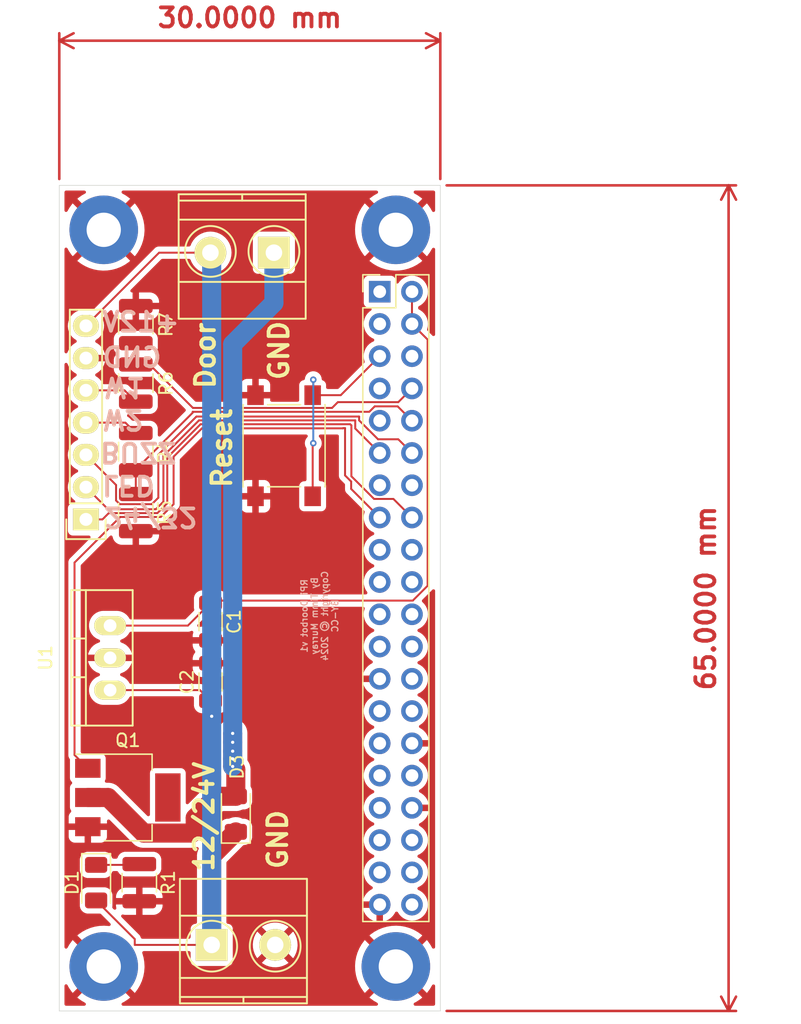
<source format=kicad_pcb>
(kicad_pcb (version 20211014) (generator pcbnew)
  (layers (0 "F.Cu" signal) (31 "B.Cu" signal) (34 "B.Paste" user) (35 "F.Paste" user) (36 "B.SilkS" user "B.Silkscreen") (37 "F.SilkS" user "F.Silkscreen") (38 "B.Mask" user) (39 "F.Mask" user) (44 "Edge.Cuts" user))
  (net 0 "")
  (net 1 "GND")
  (net 2 "12V")
  (net 3 "5V")
  (net 4 "LATCH_OUT")
  (net 5 "24_32_SWITCH")
  (net 6 "READER_LED")
  (net 7 "READER_BUZZ")
  (net 8 "DOOR")
  (net 9 "WIEGAND_IN2")
  (net 10 "WIEGAND_IN1")
  (net 11 "WIEGAND_OUT2")
  (net 12 "WIEGAND_OUT1")
  (net 15 "RESET")
  (net 37 "Net-(D1-Pad1)")
  (footprint "Capacitor_SMD:C_1206_3216Metric" (layer "F.Cu") (at 109.91 132.35 -90)
    (fp_text reference "C1" (at 0 -1.85 -90) (layer "F.SilkS"))
    (fp_text value "22uF")
    (fp_line (start -0.711252 0.91) (end 0.711252 0.91) (layer "F.SilkS") (width 0.12))
    (fp_line (start -0.711252 -0.91) (end 0.711252 -0.91) (layer "F.SilkS") (width 0.12))
    (pad "1" smd roundrect (at -1.475 0 270) (size 1.15 1.8) (layers "F.Cu" "F.Paste" "F.Mask") (roundrect_rratio 0.217391) (net 3 "5V"))
    (pad "2" smd roundrect (at 1.475 0 270) (size 1.15 1.8) (layers "F.Cu" "F.Paste" "F.Mask") (roundrect_rratio 0.217391) (net 1 "GND"))
  )
  (footprint "Pin_Headers:Pin_Header_Straight_1x07" (layer "F.Cu") (at 100.1 124.3 180)
    (fp_text reference "J1" hide)
    (fp_text value "Conn_01x07_Male")
    (fp_line (start -1.27 16.51) (end -1.27 1.27) (layer "F.SilkS") (width 0.15))
    (fp_line (start 1.27 16.51) (end -1.27 16.51) (layer "F.SilkS") (width 0.15))
    (fp_line (start 1.27 1.27) (end 1.27 16.51) (layer "F.SilkS") (width 0.15))
    (fp_line (start -1.55 -1.55) (end 1.55 -1.55) (layer "F.SilkS") (width 0.15))
    (fp_line (start -1.55 0) (end -1.55 -1.55) (layer "F.SilkS") (width 0.15))
    (fp_line (start 1.55 -1.55) (end 1.55 0) (layer "F.SilkS") (width 0.15))
    (fp_line (start 1.27 1.27) (end -1.27 1.27) (layer "F.SilkS") (width 0.15))
    (pad "1" thru_hole rect locked (at 0 0 180) (size 2.032 1.7272) (drill 1.016) (layers *.Cu *.Mask "F.SilkS") (net 5 "24_32_SWITCH"))
    (pad "2" thru_hole oval locked (at 0 2.54 180) (size 2.032 1.7272) (drill 1.016) (layers *.Cu *.Mask "F.SilkS") (net 6 "READER_LED"))
    (pad "3" thru_hole oval locked (at 0 5.08 180) (size 2.032 1.7272) (drill 1.016) (layers *.Cu *.Mask "F.SilkS") (net 7 "READER_BUZZ"))
    (pad "4" thru_hole oval locked (at 0 7.62 180) (size 2.032 1.7272) (drill 1.016) (layers *.Cu *.Mask "F.SilkS") (net 9 "WIEGAND_IN2"))
    (pad "5" thru_hole oval locked (at 0 10.16 180) (size 2.032 1.7272) (drill 1.016) (layers *.Cu *.Mask "F.SilkS") (net 10 "WIEGAND_IN1"))
    (pad "6" thru_hole oval locked (at 0 12.7 180) (size 2.032 1.7272) (drill 1.016) (layers *.Cu *.Mask "F.SilkS") (net 1 "GND"))
    (pad "7" thru_hole oval locked (at 0 15.24 180) (size 2.032 1.7272) (drill 1.016) (layers *.Cu *.Mask "F.SilkS") (net 2 "12V"))
  )
  (footprint "Terminal_Blocks:TerminalBlock_Pheonix_MKDS1.5-2pol" (layer "F.Cu") (at 114.9 103.3 180)
    (fp_text reference "J2" hide)
    (fp_text value "Conn_01x02_Female")
    (fp_line (start 2.5 4.1) (end 2.5 4.6) (layer "F.SilkS") (width 0.15))
    (fp_line (start -2.5 -2.3) (end 7.5 -2.3) (layer "F.SilkS") (width 0.15))
    (fp_line (start -2.5 -5.2) (end -2.5 4.6) (layer "F.SilkS") (width 0.15))
    (fp_line (start -2.5 4.6) (end 7.5 4.6) (layer "F.SilkS") (width 0.15))
    (fp_line (start 7.5 4.6) (end 7.5 -5.2) (layer "F.SilkS") (width 0.15))
    (fp_line (start -2.5 4.1) (end 7.5 4.1) (layer "F.SilkS") (width 0.15))
    (fp_line (start 7.5 -5.2) (end -2.5 -5.2) (layer "F.SilkS") (width 0.15))
    (fp_line (start -2.5 2.6) (end 7.5 2.6) (layer "F.SilkS") (width 0.15))
    (fp_circle (center 5 0.1) (end 3 0.1) (layer "F.SilkS") (width 0.15) (fill none))
    (fp_circle (center 0 0.1) (end 2 0.1) (layer "F.SilkS") (width 0.15) (fill none))
    (pad "1" thru_hole rect locked (at 0 0 180) (size 2.5 2.5) (drill 1.3) (layers *.Cu *.Mask "F.SilkS") (net 4 "LATCH_OUT"))
    (pad "2" thru_hole circle locked (at 5 0 180) (size 2.5 2.5) (drill 1.3) (layers *.Cu *.Mask "F.SilkS") (net 2 "12V"))
  )
  (footprint "Terminal_Blocks:TerminalBlock_Pheonix_MKDS1.5-2pol" (layer "F.Cu") (at 110 157.8)
    (fp_text reference "J3" hide)
    (fp_text value "Barrel_Jack")
    (fp_line (start -2.5 4.6) (end 7.5 4.6) (layer "F.SilkS") (width 0.15))
    (fp_line (start -2.5 -2.3) (end 7.5 -2.3) (layer "F.SilkS") (width 0.15))
    (fp_line (start 7.5 4.6) (end 7.5 -5.2) (layer "F.SilkS") (width 0.15))
    (fp_line (start -2.5 4.1) (end 7.5 4.1) (layer "F.SilkS") (width 0.15))
    (fp_line (start 2.5 4.1) (end 2.5 4.6) (layer "F.SilkS") (width 0.15))
    (fp_line (start 7.5 -5.2) (end -2.5 -5.2) (layer "F.SilkS") (width 0.15))
    (fp_line (start -2.5 -5.2) (end -2.5 4.6) (layer "F.SilkS") (width 0.15))
    (fp_line (start -2.5 2.6) (end 7.5 2.6) (layer "F.SilkS") (width 0.15))
    (fp_circle (center 5 0.1) (end 3 0.1) (layer "F.SilkS") (width 0.15) (fill none))
    (fp_circle (center 0 0.1) (end 2 0.1) (layer "F.SilkS") (width 0.15) (fill none))
    (pad "1" thru_hole rect locked (at 0 0) (size 2.5 2.5) (drill 1.3) (layers *.Cu *.Mask "F.SilkS") (net 2 "12V"))
    (pad "2" thru_hole circle locked (at 5 0) (size 2.5 2.5) (drill 1.3) (layers *.Cu *.Mask "F.SilkS") (net 1 "GND"))
  )
  (footprint "Diode_SMD:D_1206_3216Metric" (layer "F.Cu") (at 111.9 147.5 90)
    (fp_text reference "D3" (at 3.7 0.1 90) (layer "F.SilkS"))
    (fp_text value "D_Schottky")
    (fp_line (start 1.6 -1.135) (end -2.285 -1.135) (layer "F.SilkS") (width 0.12))
    (fp_line (start -2.285 1.135) (end 1.6 1.135) (layer "F.SilkS") (width 0.12))
    (fp_line (start -2.285 -1.135) (end -2.285 1.135) (layer "F.SilkS") (width 0.12))
    (pad "1" smd roundrect (at -1.4 0 90) (size 1.25 1.75) (layers "F.Cu" "F.Paste" "F.Mask") (roundrect_rratio 0.2) (net 2 "12V"))
    (pad "2" smd roundrect (at 1.4 0 90) (size 1.25 1.75) (layers "F.Cu" "F.Paste" "F.Mask") (roundrect_rratio 0.2) (net 4 "LATCH_OUT"))
  )
  (footprint "Resistor_SMD:R_1210_3225Metric" (layer "F.Cu") (at 104.024 118.964 -90)
    (fp_text reference "R4" (at 0 -2.28 -90) (layer "F.SilkS"))
    (fp_text value "1k")
    (fp_line (start -0.723737 -1.355) (end 0.723737 -1.355) (layer "F.SilkS") (width 0.12))
    (fp_line (start -0.723737 1.355) (end 0.723737 1.355) (layer "F.SilkS") (width 0.12))
    (pad "1" smd roundrect (at -1.4625 0 270) (size 1.125 2.65) (layers "F.Cu" "F.Paste" "F.Mask") (roundrect_rratio 0.222222) (net 9 "WIEGAND_IN2"))
    (pad "2" smd roundrect (at 1.4625 0 270) (size 1.125 2.65) (layers "F.Cu" "F.Paste" "F.Mask") (roundrect_rratio 0.222222) (net 11 "WIEGAND_OUT2"))
  )
  (footprint "Resistor_SMD:R_1210_3225Metric" (layer "F.Cu") (at 104.024 123.764 -90)
    (fp_text reference "R5" (at 0 -2.28 -90) (layer "F.SilkS"))
    (fp_text value "2k")
    (fp_line (start -0.723737 1.355) (end 0.723737 1.355) (layer "F.SilkS") (width 0.12))
    (fp_line (start -0.723737 -1.355) (end 0.723737 -1.355) (layer "F.SilkS") (width 0.12))
    (pad "1" smd roundrect (at -1.4625 0 270) (size 1.125 2.65) (layers "F.Cu" "F.Paste" "F.Mask") (roundrect_rratio 0.222222) (net 11 "WIEGAND_OUT2"))
    (pad "2" smd roundrect (at 1.4625 0 270) (size 1.125 2.65) (layers "F.Cu" "F.Paste" "F.Mask") (roundrect_rratio 0.222222) (net 1 "GND"))
  )
  (footprint "Resistor_SMD:R_1210_3225Metric" (layer "F.Cu") (at 104.024 113.564 90)
    (fp_text reference "R6" (at -0.036 2.376 90) (layer "F.SilkS"))
    (fp_text value "1k")
    (fp_line (start -0.723737 -1.355) (end 0.723737 -1.355) (layer "F.SilkS") (width 0.12))
    (fp_line (start -0.723737 1.355) (end 0.723737 1.355) (layer "F.SilkS") (width 0.12))
    (pad "1" smd roundrect (at -1.4625 0 90) (size 1.125 2.65) (layers "F.Cu" "F.Paste" "F.Mask") (roundrect_rratio 0.222222) (net 10 "WIEGAND_IN1"))
    (pad "2" smd roundrect (at 1.4625 0 90) (size 1.125 2.65) (layers "F.Cu" "F.Paste" "F.Mask") (roundrect_rratio 0.222222) (net 12 "WIEGAND_OUT1"))
  )
  (footprint "Resistor_SMD:R_1210_3225Metric" (layer "F.Cu") (at 104.024 108.964 90)
    (fp_text reference "R7" (at 0 2.376 90) (layer "F.SilkS"))
    (fp_text value "2k")
    (fp_line (start -0.723737 -1.355) (end 0.723737 -1.355) (layer "F.SilkS") (width 0.12))
    (fp_line (start -0.723737 1.355) (end 0.723737 1.355) (layer "F.SilkS") (width 0.12))
    (pad "1" smd roundrect (at -1.4625 0 90) (size 1.125 2.65) (layers "F.Cu" "F.Paste" "F.Mask") (roundrect_rratio 0.222222) (net 12 "WIEGAND_OUT1"))
    (pad "2" smd roundrect (at 1.4625 0 90) (size 1.125 2.65) (layers "F.Cu" "F.Paste" "F.Mask") (roundrect_rratio 0.222222) (net 1 "GND"))
  )
  (footprint "Package_TO_SOT_SMD:SOT-223" (layer "F.Cu") (at 103.397001 146.193999)
    (fp_text reference "Q1" (at 0 -4.5) (layer "F.SilkS"))
    (fp_text value "NDT3055")
    (fp_line (start -4.1 -3.41) (end 1.91 -3.41) (layer "F.SilkS") (width 0.12))
    (fp_line (start 1.91 3.41) (end 1.91 2.15) (layer "F.SilkS") (width 0.12))
    (fp_line (start -1.85 3.41) (end 1.91 3.41) (layer "F.SilkS") (width 0.12))
    (fp_line (start 1.91 -3.41) (end 1.91 -2.15) (layer "F.SilkS") (width 0.12))
    (pad "1" smd rect (at -3.15 -2.3) (size 2 1.5) (layers "F.Cu" "F.Paste" "F.Mask") (net 8 "DOOR"))
    (pad "2" smd rect (at -3.15 0) (size 2 1.5) (layers "F.Cu" "F.Paste" "F.Mask") (net 4 "LATCH_OUT"))
    (pad "3" smd rect (at -3.15 2.3) (size 2 1.5) (layers "F.Cu" "F.Paste" "F.Mask") (net 1 "GND"))
    (pad "4" smd rect (at 3.15 0) (size 2 3.8) (layers "F.Cu" "F.Paste" "F.Mask"))
  )
  (footprint "Capacitor_SMD:C_1206_3216Metric" (layer "F.Cu") (at 109.91 137.1 90)
    (fp_text reference "C2" (at 0 -1.85 90) (layer "F.SilkS"))
    (fp_text value "10uF")
    (fp_line (start -0.711252 -0.91) (end 0.711252 -0.91) (layer "F.SilkS") (width 0.12))
    (fp_line (start -0.711252 0.91) (end 0.711252 0.91) (layer "F.SilkS") (width 0.12))
    (pad "1" smd roundrect (at -1.475 0 90) (size 1.15 1.8) (layers "F.Cu" "F.Paste" "F.Mask") (roundrect_rratio 0.217391) (net 2 "12V"))
    (pad "2" smd roundrect (at 1.475 0 90) (size 1.15 1.8) (layers "F.Cu" "F.Paste" "F.Mask") (roundrect_rratio 0.217391) (net 1 "GND"))
  )
  (footprint "TO_SOT_Packages_THT:TO-220_Neutral123_Vertical" (layer "F.Cu") (at 102 135.2 90)
    (fp_text reference "U1" (at 0 -5.08 90) (layer "F.SilkS"))
    (fp_text value "L7805")
    (fp_line (start 5.334 -1.905) (end 5.334 1.778) (layer "F.SilkS") (width 0.15))
    (fp_line (start 0 -3.048) (end 5.334 -3.048) (layer "F.SilkS") (width 0.15))
    (fp_line (start 5.334 -1.905) (end -5.334 -1.905) (layer "F.SilkS") (width 0.15))
    (fp_line (start 5.334 1.778) (end -5.334 1.778) (layer "F.SilkS") (width 0.15))
    (fp_line (start -1.524 -3.048) (end -1.524 -1.905) (layer "F.SilkS") (width 0.15))
    (fp_line (start 0 -3.048) (end -5.334 -3.048) (layer "F.SilkS") (width 0.15))
    (fp_line (start 5.334 -3.048) (end 5.334 -1.905) (layer "F.SilkS") (width 0.15))
    (fp_line (start -5.334 -1.905) (end -5.334 -3.048) (layer "F.SilkS") (width 0.15))
    (fp_line (start -5.334 1.778) (end -5.334 -1.905) (layer "F.SilkS") (width 0.15))
    (fp_line (start 1.524 -3.048) (end 1.524 -1.905) (layer "F.SilkS") (width 0.15))
    (pad "1" thru_hole oval locked (at -2.54 0 180) (size 2.49936 1.50114) (drill 1.00076) (layers *.Cu *.Mask "F.SilkS") (net 2 "12V"))
    (pad "2" thru_hole oval locked (at 0 0 180) (size 2.49936 1.50114) (drill 1.00076) (layers *.Cu *.Mask "F.SilkS") (net 1 "GND"))
    (pad "3" thru_hole oval locked (at 2.54 0 180) (size 2.49936 1.50114) (drill 1.00076) (layers *.Cu *.Mask "F.SilkS") (net 3 "5V"))
  )
  (footprint "LED_SMD:LED_1206_3216Metric" (layer "F.Cu") (at 100.9 152.9 -90)
    (fp_text reference "D1" (at 0 1.9 90) (layer "F.SilkS"))
    (fp_text value "LED")
    (fp_line (start 1.6 -1.135) (end -2.285 -1.135) (layer "F.SilkS") (width 0.12))
    (fp_line (start -2.285 1.135) (end 1.6 1.135) (layer "F.SilkS") (width 0.12))
    (fp_line (start -2.285 -1.135) (end -2.285 1.135) (layer "F.SilkS") (width 0.12))
    (pad "1" smd roundrect (at -1.4 0 270) (size 1.25 1.75) (layers "F.Cu" "F.Paste" "F.Mask") (roundrect_rratio 0.2) (net 37 "Net-(D1-Pad1)"))
    (pad "2" smd roundrect (at 1.4 0 270) (size 1.25 1.75) (layers "F.Cu" "F.Paste" "F.Mask") (roundrect_rratio 0.2) (net 2 "12V"))
  )
  (footprint "Resistor_SMD:R_1210_3225Metric" (layer "F.Cu") (at 104.3 152.9 -90)
    (fp_text reference "R1" (at 0 -2.28 90) (layer "F.SilkS"))
    (fp_text value "1K")
    (fp_line (start -0.723737 1.355) (end 0.723737 1.355) (layer "F.SilkS") (width 0.12))
    (fp_line (start -0.723737 -1.355) (end 0.723737 -1.355) (layer "F.SilkS") (width 0.12))
    (pad "1" smd roundrect (at -1.4625 0 270) (size 1.125 2.65) (layers "F.Cu" "F.Paste" "F.Mask") (roundrect_rratio 0.222222) (net 37 "Net-(D1-Pad1)"))
    (pad "2" smd roundrect (at 1.4625 0 270) (size 1.125 2.65) (layers "F.Cu" "F.Paste" "F.Mask") (roundrect_rratio 0.222222) (net 1 "GND"))
  )
  (footprint "MountingHole:MountingHole_2.7mm_M2.5_Pad" (layer "F.Cu") (at 124.5 101.5)
    (fp_text reference "H2" hide)
    (fp_text value "MountingHole")
    (pad "1" thru_hole circle (at 0 0) (size 5.4 5.4) (drill 2.7) (layers *.Cu *.Mask) (net 1 "GND"))
  )
  (footprint "MountingHole:MountingHole_2.7mm_M2.5_Pad" (layer "F.Cu") (at 101.5 101.5)
    (fp_text reference "H1" hide)
    (fp_text value "MountingHole")
    (pad "1" thru_hole circle (at 0 0) (size 5.4 5.4) (drill 2.7) (layers *.Cu *.Mask) (net 1 "GND"))
  )
  (footprint "MountingHole:MountingHole_2.7mm_M2.5_Pad" (layer "F.Cu") (at 124.5 159.5)
    (fp_text reference "H4" hide)
    (fp_text value "MountingHole")
    (pad "1" thru_hole circle (at 0 0) (size 5.4 5.4) (drill 2.7) (layers *.Cu *.Mask) (net 1 "GND"))
  )
  (footprint "Connector_PinHeader_2.54mm:PinHeader_2x20_P2.54mm_Vertical" (layer "F.Cu") (at 123.23 106.37)
    (fp_text reference "J4" hide)
    (fp_text value "Raspberry_Pi_2_3")
    (fp_line (start -1.33 1.27) (end 1.27 1.27) (layer "F.SilkS") (width 0.12))
    (fp_line (start -1.33 0) (end -1.33 -1.33) (layer "F.SilkS") (width 0.12))
    (fp_line (start -1.33 -1.33) (end 0 -1.33) (layer "F.SilkS") (width 0.12))
    (fp_line (start 3.87 -1.33) (end 3.87 49.59) (layer "F.SilkS") (width 0.12))
    (fp_line (start 1.27 -1.33) (end 3.87 -1.33) (layer "F.SilkS") (width 0.12))
    (fp_line (start -1.33 49.59) (end 3.87 49.59) (layer "F.SilkS") (width 0.12))
    (fp_line (start -1.33 1.27) (end -1.33 49.59) (layer "F.SilkS") (width 0.12))
    (fp_line (start 1.27 1.27) (end 1.27 -1.33) (layer "F.SilkS") (width 0.12))
    (pad "1" thru_hole rect (at 0 0) (size 1.7 1.7) (drill 1) (layers *.Cu *.Mask))
    (pad "2" thru_hole oval (at 2.54 0) (size 1.7 1.7) (drill 1) (layers *.Cu *.Mask) (net 3 "5V"))
    (pad "3" thru_hole oval (at 0 2.54) (size 1.7 1.7) (drill 1) (layers *.Cu *.Mask))
    (pad "4" thru_hole oval (at 2.54 2.54) (size 1.7 1.7) (drill 1) (layers *.Cu *.Mask) (net 3 "5V"))
    (pad "5" thru_hole oval (at 0 5.08) (size 1.7 1.7) (drill 1) (layers *.Cu *.Mask) (net 15 "RESET"))
    (pad "6" thru_hole oval (at 2.54 5.08) (size 1.7 1.7) (drill 1) (layers *.Cu *.Mask) (net 1 "GND"))
    (pad "7" thru_hole oval (at 0 7.62) (size 1.7 1.7) (drill 1) (layers *.Cu *.Mask))
    (pad "8" thru_hole oval (at 2.54 7.62) (size 1.7 1.7) (drill 1) (layers *.Cu *.Mask) (net 12 "WIEGAND_OUT1"))
    (pad "9" thru_hole oval (at 0 10.16) (size 1.7 1.7) (drill 1) (layers *.Cu *.Mask) (net 1 "GND"))
    (pad "10" thru_hole oval (at 2.54 10.16) (size 1.7 1.7) (drill 1) (layers *.Cu *.Mask) (net 11 "WIEGAND_OUT2"))
    (pad "11" thru_hole oval (at 0 12.7) (size 1.7 1.7) (drill 1) (layers *.Cu *.Mask) (net 6 "READER_LED"))
    (pad "12" thru_hole oval (at 2.54 12.7) (size 1.7 1.7) (drill 1) (layers *.Cu *.Mask) (net 7 "READER_BUZZ"))
    (pad "13" thru_hole oval (at 0 15.24) (size 1.7 1.7) (drill 1) (layers *.Cu *.Mask))
    (pad "14" thru_hole oval (at 2.54 15.24) (size 1.7 1.7) (drill 1) (layers *.Cu *.Mask) (net 1 "GND"))
    (pad "15" thru_hole oval (at 0 17.78) (size 1.7 1.7) (drill 1) (layers *.Cu *.Mask) (net 8 "DOOR"))
    (pad "16" thru_hole oval (at 2.54 17.78) (size 1.7 1.7) (drill 1) (layers *.Cu *.Mask) (net 5 "24_32_SWITCH"))
    (pad "17" thru_hole oval (at 0 20.32) (size 1.7 1.7) (drill 1) (layers *.Cu *.Mask))
    (pad "18" thru_hole oval (at 2.54 20.32) (size 1.7 1.7) (drill 1) (layers *.Cu *.Mask))
    (pad "19" thru_hole oval (at 0 22.86) (size 1.7 1.7) (drill 1) (layers *.Cu *.Mask))
    (pad "20" thru_hole oval (at 2.54 22.86) (size 1.7 1.7) (drill 1) (layers *.Cu *.Mask) (net 1 "GND"))
    (pad "21" thru_hole oval (at 0 25.4) (size 1.7 1.7) (drill 1) (layers *.Cu *.Mask))
    (pad "22" thru_hole oval (at 2.54 25.4) (size 1.7 1.7) (drill 1) (layers *.Cu *.Mask))
    (pad "23" thru_hole oval (at 0 27.94) (size 1.7 1.7) (drill 1) (layers *.Cu *.Mask))
    (pad "24" thru_hole oval (at 2.54 27.94) (size 1.7 1.7) (drill 1) (layers *.Cu *.Mask))
    (pad "25" thru_hole oval (at 0 30.48) (size 1.7 1.7) (drill 1) (layers *.Cu *.Mask) (net 1 "GND"))
    (pad "26" thru_hole oval (at 2.54 30.48) (size 1.7 1.7) (drill 1) (layers *.Cu *.Mask))
    (pad "27" thru_hole oval (at 0 33.02) (size 1.7 1.7) (drill 1) (layers *.Cu *.Mask))
    (pad "28" thru_hole oval (at 2.54 33.02) (size 1.7 1.7) (drill 1) (layers *.Cu *.Mask))
    (pad "29" thru_hole oval (at 0 35.56) (size 1.7 1.7) (drill 1) (layers *.Cu *.Mask))
    (pad "30" thru_hole oval (at 2.54 35.56) (size 1.7 1.7) (drill 1) (layers *.Cu *.Mask) (net 1 "GND"))
    (pad "31" thru_hole oval (at 0 38.1) (size 1.7 1.7) (drill 1) (layers *.Cu *.Mask))
    (pad "32" thru_hole oval (at 2.54 38.1) (size 1.7 1.7) (drill 1) (layers *.Cu *.Mask))
    (pad "33" thru_hole oval (at 0 40.64) (size 1.7 1.7) (drill 1) (layers *.Cu *.Mask))
    (pad "34" thru_hole oval (at 2.54 40.64) (size 1.7 1.7) (drill 1) (layers *.Cu *.Mask) (net 1 "GND"))
    (pad "35" thru_hole oval (at 0 43.18) (size 1.7 1.7) (drill 1) (layers *.Cu *.Mask))
    (pad "36" thru_hole oval (at 2.54 43.18) (size 1.7 1.7) (drill 1) (layers *.Cu *.Mask))
    (pad "37" thru_hole oval (at 0 45.72) (size 1.7 1.7) (drill 1) (layers *.Cu *.Mask))
    (pad "38" thru_hole oval (at 2.54 45.72) (size 1.7 1.7) (drill 1) (layers *.Cu *.Mask))
    (pad "39" thru_hole oval (at 0 48.26) (size 1.7 1.7) (drill 1) (layers *.Cu *.Mask) (net 1 "GND"))
    (pad "40" thru_hole oval (at 2.54 48.26) (size 1.7 1.7) (drill 1) (layers *.Cu *.Mask))
  )
  (footprint "MountingHole:MountingHole_2.7mm_M2.5_Pad" (layer "F.Cu") (at 101.5 159.5)
    (fp_text reference "H3" hide)
    (fp_text value "MountingHole")
    (pad "1" thru_hole circle (at 0 0) (size 5.4 5.4) (drill 2.7) (layers *.Cu *.Mask) (net 1 "GND"))
  )
  (footprint "Button_Switch_SMD:SW_SPST_PTS645" (layer "F.Cu") (at 115.7 118.5 -90)
    (fp_text reference "SW1" hide)
    (fp_text value "SW_Push")
    (fp_line (start -3.23 3.23) (end 3.23 3.23) (layer "F.SilkS") (width 0.12))
    (fp_line (start -3.23 -3.23) (end 3.23 -3.23) (layer "F.SilkS") (width 0.12))
    (fp_line (start -3.23 -1.3) (end -3.23 1.3) (layer "F.SilkS") (width 0.12))
    (fp_line (start -3.23 -3.2) (end -3.23 -3.23) (layer "F.SilkS") (width 0.12))
    (fp_line (start 3.23 -3.23) (end 3.23 -3.2) (layer "F.SilkS") (width 0.12))
    (fp_line (start 3.23 -1.3) (end 3.23 1.3) (layer "F.SilkS") (width 0.12))
    (fp_line (start 3.23 3.23) (end 3.23 3.2) (layer "F.SilkS") (width 0.12))
    (fp_line (start -3.23 3.23) (end -3.23 3.2) (layer "F.SilkS") (width 0.12))
    (pad "1" smd rect (at -3.98 -2.25 270) (size 1.55 1.3) (layers "F.Cu" "F.Paste" "F.Mask") (net 15 "RESET"))
    (pad "1" smd rect (at 3.98 -2.25 270) (size 1.55 1.3) (layers "F.Cu" "F.Paste" "F.Mask") (net 15 "RESET"))
    (pad "2" smd rect (at 3.98 2.25 270) (size 1.55 1.3) (layers "F.Cu" "F.Paste" "F.Mask") (net 1 "GND"))
    (pad "2" smd rect (at -3.98 2.25 270) (size 1.55 1.3) (layers "F.Cu" "F.Paste" "F.Mask") (net 1 "GND"))
  )
  (gr_line (start 128 98) (end 98 98) (layer "Edge.Cuts") (width 0.05))
  (gr_line (start 128 163) (end 128 98) (layer "Edge.Cuts") (width 0.05))
  (gr_line (start 98 98) (end 98 163) (layer "Edge.Cuts") (width 0.05))
  (gr_line (start 98 163) (end 128 163) (layer "Edge.Cuts") (width 0.05))
  (gr_text "24/32" (at 105.199 124.114 180) (layer "B.SilkS") (effects (font (size 1.5 1.5) (thickness 0.3)) (justify mirror)))
  (gr_text "W1" (at 103.149 113.889 180) (layer "B.SilkS") (effects (font (size 1.5 1.5) (thickness 0.3)) (justify mirror)))
  (gr_text "+12V" (at 104.424 108.764) (layer "B.SilkS") (effects (font (size 1.5 1.5) (thickness 0.3)) (justify mirror)))
  (gr_text "GND" (at 103.724 111.564) (layer "B.SilkS") (effects (font (size 1.5 1.5) (thickness 0.3)) (justify mirror)))
  (gr_text "BUZZ" (at 104.224 119.014 180) (layer "B.SilkS") (effects (font (size 1.5 1.5) (thickness 0.3)) (justify mirror)))
  (gr_text "RPi Doorbot v1\nBy Timm Murray\nCopyright © 2024\nBY-CC" (at 118.5 131.9 90) (layer "B.SilkS") (effects (font (size 0.5 0.5) (thickness 0.1)) (justify mirror)))
  (gr_text "W2" (at 103.024 116.439 180) (layer "B.SilkS") (effects (font (size 1.5 1.5) (thickness 0.3)) (justify mirror)))
  (gr_text "LED" (at 103.449 121.614 180) (layer "B.SilkS") (effects (font (size 1.5 1.5) (thickness 0.3)) (justify mirror)))
  (gr_text "12/24V" (at 109.4 147.7 90) (layer "F.SilkS") (effects (font (size 1.5 1.5) (thickness 0.3))))
  (gr_text "GND" (at 115.2 149.5 90) (layer "F.SilkS") (effects (font (size 1.5 1.5) (thickness 0.3))))
  (gr_text "GND" (at 115.3 111 90) (layer "F.SilkS") (effects (font (size 1.5 1.5) (thickness 0.3))))
  (gr_text "Reset" (at 110.8 118.7 90) (layer "F.SilkS") (effects (font (size 1.5 1.5) (thickness 0.3))))
  (gr_text "Door" (at 109.5 111.4 90) (layer "F.SilkS") (effects (font (size 1.5 1.5) (thickness 0.3))))
  (dimension (type aligned) (layer "F.Cu") (pts (xy 98 98) (xy 128 98)) (height -11.39) (gr_text "30.0000 mm" (at 113 84.81) (layer "F.Cu") (effects (font (size 1.5 1.5) (thickness 0.3)))) (format (units 3) (units_format 1) (precision 4)) (style (thickness 0.2) (arrow_length 1.27) (text_position_mode 0) (extension_height 0.58642) (extension_offset 0.5) keep_text_aligned))
  (dimension (type aligned) (layer "F.Cu") (pts (xy 128 98) (xy 128 163)) (height -22.7) (gr_text "65.0000 mm" (at 148.9 130.5 90) (layer "F.Cu") (effects (font (size 1.5 1.5) (thickness 0.3)))) (format (units 3) (units_format 1) (precision 4)) (style (thickness 0.2) (arrow_length 1.27) (text_position_mode 0) (extension_height 0.58642) (extension_offset 0.5) keep_text_aligned))
  (segment (start 103.940975 157.8) (end 110 157.8) (width 0.1524) (layer "F.Cu") (net 2))
  (segment (start 109.075 137.74) (end 109.91 138.575) (width 0.1524) (layer "F.Cu") (net 2))
  (segment (start 100.1 109.06) (end 105.86 103.3) (width 0.1524) (layer "F.Cu") (net 2))
  (segment (start 105.86 103.3) (end 109.9 103.3) (width 0.1524) (layer "F.Cu") (net 2))
  (segment (start 110 157.8) (end 110 150.8) (width 1.5) (layer "F.Cu") (net 2))
  (segment (start 110 150.8) (end 111.9 148.9) (width 1.5) (layer "F.Cu") (net 2))
  (segment (start 103.940975 157.8) (end 103.940975 157.340975) (width 0.1524) (layer "F.Cu") (net 2))
  (segment (start 103.940975 157.340975) (end 100.9 154.3) (width 0.1524) (layer "F.Cu") (net 2))
  (segment (start 101.635 137.74) (end 109.075 137.74) (width 0.1524) (layer "F.Cu") (net 2))
  (segment (start 110 138.665) (end 109.91 138.575) (width 0.1524) (layer "F.Cu") (net 2))
  (segment (start 110 139.8) (end 110 138.665) (width 0.1524) (layer "F.Cu") (net 2))
  (via (at 110 139.8) (size 0.508) (drill 0.254) (layers "F.Cu" "B.Cu") (net 2))
  (segment (start 110 139.8) (end 110 103.4) (width 1.5) (layer "B.Cu") (net 2))
  (segment (start 110 157.8) (end 110 139.8) (width 1.5) (layer "B.Cu") (net 2))
  (segment (start 110 103.4) (end 109.9 103.3) (width 1.5) (layer "B.Cu") (net 2))
  (segment (start 109.91 130.875) (end 110.093111 130.691889) (width 0.1524) (layer "F.Cu") (net 3))
  (segment (start 110.093111 130.691889) (end 125.832791 130.691889) (width 0.1524) (layer "F.Cu") (net 3))
  (segment (start 108.125 132.66) (end 109.91 130.875) (width 0.1524) (layer "F.Cu") (net 3))
  (segment (start 127 129.52468) (end 127 110.14) (width 0.1524) (layer "F.Cu") (net 3))
  (segment (start 127 110.14) (end 125.77 108.91) (width 0.1524) (layer "F.Cu") (net 3))
  (segment (start 125.832791 130.691889) (end 127 129.52468) (width 0.1524) (layer "F.Cu") (net 3))
  (segment (start 101.635 132.66) (end 108.125 132.66) (width 0.1524) (layer "F.Cu") (net 3))
  (segment (start 125.77 106.37) (end 125.77 108.91) (width 0.1524) (layer "F.Cu") (net 3))
  (segment (start 110.4 146.1) (end 111.9 146.1) (width 1.5) (layer "F.Cu") (net 4))
  (segment (start 108.7 147.8) (end 110.4 146.1) (width 1.5) (layer "F.Cu") (net 4))
  (segment (start 104.64509 148.99591) (end 108.448912 148.99591) (width 1.5) (layer "F.Cu") (net 4))
  (segment (start 111.65192 143.75192) (end 111.65192 141.14808) (width 1.5) (layer "F.Cu") (net 4))
  (segment (start 101.843179 146.193999) (end 104.64509 148.99591) (width 1.5) (layer "F.Cu") (net 4))
  (segment (start 111.9 144) (end 111.65192 143.75192) (width 1.5) (layer "F.Cu") (net 4))
  (segment (start 111.9 146.1) (end 111.9 144) (width 1.5) (layer "F.Cu") (net 4))
  (segment (start 111.1 146.1) (end 111.9 146.1) (width 0.1524) (layer "F.Cu") (net 4))
  (segment (start 108.7 148.744822) (end 108.7 147.8) (width 1.5) (layer "F.Cu") (net 4))
  (segment (start 100.247001 146.193999) (end 101.843179 146.193999) (width 1.5) (layer "F.Cu") (net 4))
  (segment (start 108.448912 148.99591) (end 108.7 148.744822) (width 1.5) (layer "F.Cu") (net 4))
  (via (at 111.65192 142.54808) (size 0.508) (drill 0.254) (layers "F.Cu" "B.Cu") (net 4))
  (via (at 111.65192 143.75192) (size 0.508) (drill 0.254) (layers "F.Cu" "B.Cu") (net 4))
  (via (at 111.65192 141.84808) (size 0.508) (drill 0.254) (layers "F.Cu" "B.Cu") (net 4))
  (via (at 111.65192 141.14808) (size 0.508) (drill 0.254) (layers "F.Cu" "B.Cu") (net 4))
  (via (at 111.65192 143.14808) (size 0.508) (drill 0.254) (layers "F.Cu" "B.Cu") (net 4))
  (segment (start 111.65192 141.14808) (end 111.65192 141.84808) (width 1.5) (layer "B.Cu") (net 4))
  (segment (start 111.65192 143.14808) (end 111.65192 143.75192) (width 1.5) (layer "B.Cu") (net 4))
  (segment (start 111.65192 142.54808) (end 111.65192 143.14808) (width 1.5) (layer "B.Cu") (net 4))
  (segment (start 114.9 103.3) (end 114.9 107.25192) (width 1.5) (layer "B.Cu") (net 4))
  (segment (start 111.65192 110.5) (end 111.65192 141.14808) (width 1.5) (layer "B.Cu") (net 4))
  (segment (start 111.65192 141.84808) (end 111.65192 142.54808) (width 1.5) (layer "B.Cu") (net 4))
  (segment (start 114.9 107.25192) (end 111.65192 110.5) (width 1.5) (layer "B.Cu") (net 4))
  (segment (start 106.50432 119.426054) (end 109.121734 116.80864) (width 0.1524) (layer "F.Cu") (net 5))
  (segment (start 121 116.9) (end 121 120.90468) (width 0.1524) (layer "F.Cu") (net 5))
  (segment (start 101.89568 123.80432) (end 105.726054 123.80432) (width 0.1524) (layer "F.Cu") (net 5))
  (segment (start 109.121734 116.80864) (end 120.90864 116.80864) (width 0.1524) (layer "F.Cu") (net 5))
  (segment (start 122.783431 122.688111) (end 124.308111 122.688111) (width 0.1524) (layer "F.Cu") (net 5))
  (segment (start 106.50432 123.026053) (end 106.50432 119.426054) (width 0.1524) (layer "F.Cu") (net 5))
  (segment (start 100.1 124.3) (end 101.4 124.3) (width 0.1524) (layer "F.Cu") (net 5))
  (segment (start 101.4 124.3) (end 101.89568 123.80432) (width 0.1524) (layer "F.Cu") (net 5))
  (segment (start 124.308111 122.688111) (end 125.77 124.15) (width 0.1524) (layer "F.Cu") (net 5))
  (segment (start 105.726054 123.80432) (end 106.50432 123.026053) (width 0.1524) (layer "F.Cu") (net 5))
  (segment (start 121 120.90468) (end 122.783431 122.688111) (width 0.1524) (layer "F.Cu") (net 5))
  (segment (start 120.90864 116.80864) (end 121 116.9) (width 0.1524) (layer "F.Cu") (net 5))
  (segment (start 100.1 121.76) (end 101.84 123.5) (width 0.1524) (layer "F.Cu") (net 6))
  (segment (start 101.84 123.5) (end 105.6 123.5) (width 0.1524) (layer "F.Cu") (net 6))
  (segment (start 106.2 122.9) (end 106.2 119.3) (width 0.1524) (layer "F.Cu") (net 6))
  (segment (start 106.2 119.3) (end 108.99568 116.50432) (width 0.1524) (layer "F.Cu") (net 6))
  (segment (start 121.30432 117.14432) (end 123.23 119.07) (width 0.1524) (layer "F.Cu") (net 6))
  (segment (start 108.99568 116.50432) (end 121.30432 116.50432) (width 0.1524) (layer "F.Cu") (net 6))
  (segment (start 105.6 123.5) (end 106.2 122.9) (width 0.1524) (layer "F.Cu") (net 6))
  (segment (start 121.30432 116.50432) (end 121.30432 117.14432) (width 0.1524) (layer "F.Cu") (net 6))
  (segment (start 105.289163 123.1) (end 105.8 122.589163) (width 0.1524) (layer "F.Cu") (net 7))
  (segment (start 123.1 117.991889) (end 124.691889 117.991889) (width 0.1524) (layer "F.Cu") (net 7))
  (segment (start 100.1 119.22) (end 102.47088 121.59088) (width 0.1524) (layer "F.Cu") (net 7))
  (segment (start 105.8 119.2) (end 108.8 116.2) (width 0.1524) (layer "F.Cu") (net 7))
  (segment (start 105.8 122.589163) (end 105.8 119.2) (width 0.1524) (layer "F.Cu") (net 7))
  (segment (start 121.60864 116.500529) (end 123.1 117.991889) (width 0.1524) (layer "F.Cu") (net 7))
  (segment (start 121.6 116.2) (end 121.60864 116.20864) (width 0.1524) (layer "F.Cu") (net 7))
  (segment (start 108.8 116.2) (end 121.6 116.2) (width 0.1524) (layer "F.Cu") (net 7))
  (segment (start 121.60864 116.20864) (end 121.60864 116.500529) (width 0.1524) (layer "F.Cu") (net 7))
  (segment (start 124.691889 117.991889) (end 125.77 119.07) (width 0.1524) (layer "F.Cu") (net 7))
  (segment (start 102.47088 122.812043) (end 102.758837 123.1) (width 0.1524) (layer "F.Cu") (net 7))
  (segment (start 102.758837 123.1) (end 105.289163 123.1) (width 0.1524) (layer "F.Cu") (net 7))
  (segment (start 102.47088 121.59088) (end 102.47088 122.812043) (width 0.1524) (layer "F.Cu") (net 7))
  (segment (start 99.2 127.7) (end 102.29568 124.60432) (width 0.1524) (layer "F.Cu") (net 8))
  (segment (start 120.982473 121.902473) (end 123.23 124.15) (width 0.1524) (layer "F.Cu") (net 8))
  (segment (start 99.2 142.846998) (end 99.2 127.7) (width 0.1524) (layer "F.Cu") (net 8))
  (segment (start 100.247001 143.893999) (end 99.2 142.846998) (width 0.1524) (layer "F.Cu") (net 8))
  (segment (start 109.230374 117.130374) (end 120.330374 117.130374) (width 0.1524) (layer "F.Cu") (net 8))
  (segment (start 107 119.360748) (end 109.230374 117.130374) (width 0.1524) (layer "F.Cu") (net 8))
  (segment (start 120.5 117.11296) (end 120.5 120.835054) (width 0.1524) (layer "F.Cu") (net 8))
  (segment (start 107 123.1) (end 107 119.360748) (width 0.1524) (layer "F.Cu") (net 8))
  (segment (start 120.347788 117.11296) (end 120.5 117.11296) (width 0.1524) (layer "F.Cu") (net 8))
  (segment (start 120.982473 121.317527) (end 120.982473 121.902473) (width 0.1524) (layer "F.Cu") (net 8))
  (segment (start 120.5 120.835054) (end 120.982473 121.317527) (width 0.1524) (layer "F.Cu") (net 8))
  (segment (start 102.29568 124.60432) (end 102.3 124.60432) (width 0.1524) (layer "F.Cu") (net 8))
  (segment (start 120.330374 117.130374) (end 120.347788 117.11296) (width 0.1524) (layer "F.Cu") (net 8))
  (segment (start 105.99136 124.10864) (end 107 123.1) (width 0.1524) (layer "F.Cu") (net 8))
  (segment (start 102.79568 124.10864) (end 105.99136 124.10864) (width 0.1524) (layer "F.Cu") (net 8))
  (segment (start 102.3 124.60432) (end 102.79568 124.10864) (width 0.1524) (layer "F.Cu") (net 8))
  (segment (start 103.2025 116.68) (end 104.024 117.5015) (width 0.1524) (layer "F.Cu") (net 9))
  (segment (start 100.1 116.68) (end 103.2025 116.68) (width 0.1524) (layer "F.Cu") (net 9))
  (segment (start 100.1 114.14) (end 103.1375 114.14) (width 0.1524) (layer "F.Cu") (net 10))
  (segment (start 103.1375 114.14) (end 104.024 115.0265) (width 0.1524) (layer "F.Cu") (net 10))
  (segment (start 108.5 115.9) (end 108.5 115.827431) (width 0.1524) (layer "F.Cu") (net 11))
  (segment (start 108.5 115.827431) (end 122.407889 115.827431) (width 0.1524) (layer "F.Cu") (net 11))
  (segment (start 104.024 120.4265) (end 104.024 122.3015) (width 0.1524) (layer "F.Cu") (net 11))
  (segment (start 124.64 115.4) (end 125.77 116.53) (width 0.1524) (layer "F.Cu") (net 11))
  (segment (start 122.83532 115.4) (end 124.64 115.4) (width 0.1524) (layer "F.Cu") (net 11))
  (segment (start 104.024 120.376) (end 108.5 115.9) (width 0.1524) (layer "F.Cu") (net 11))
  (segment (start 104.024 120.4265) (end 104.024 120.376) (width 0.1524) (layer "F.Cu") (net 11))
  (segment (start 122.407889 115.827431) (end 122.83532 115.4) (width 0.1524) (layer "F.Cu") (net 11))
  (segment (start 105.1015 112.1015) (end 108.523111 115.523111) (width 0.1524) (layer "F.Cu") (net 12))
  (segment (start 119.931889 115.068111) (end 124.691889 115.068111) (width 0.1524) (layer "F.Cu") (net 12))
  (segment (start 104.024 112.1015) (end 105.1015 112.1015) (width 0.1524) (layer "F.Cu") (net 12))
  (segment (start 108.523111 115.523111) (end 119.476889 115.523111) (width 0.1524) (layer "F.Cu") (net 12))
  (segment (start 104.024 110.4265) (end 104.024 112.1015) (width 0.1524) (layer "F.Cu") (net 12))
  (segment (start 119.476889 115.523111) (end 119.931889 115.068111) (width 0.1524) (layer "F.Cu") (net 12))
  (segment (start 124.691889 115.068111) (end 125.77 113.99) (width 0.1524) (layer "F.Cu") (net 12))
  (segment (start 118 114.47) (end 117.95 114.52) (width 0.1524) (layer "F.Cu") (net 15))
  (segment (start 117.95 122.48) (end 117.95 118.35) (width 0.1524) (layer "F.Cu") (net 15))
  (segment (start 117.95 114.52) (end 120.16 114.52) (width 0.1524) (layer "F.Cu") (net 15))
  (segment (start 120.16 114.52) (end 123.23 111.45) (width 0.1524) (layer "F.Cu") (net 15))
  (segment (start 118 113.3) (end 118 114.47) (width 0.1524) (layer "F.Cu") (net 15))
  (segment (start 117.95 118.35) (end 118 118.3) (width 0.1524) (layer "F.Cu") (net 15))
  (via (at 118 113.3) (size 0.508) (drill 0.254) (layers "F.Cu" "B.Cu") (net 15))
  (via (at 118 118.3) (size 0.508) (drill 0.254) (layers "F.Cu" "B.Cu") (net 15))
  (segment (start 118 118.3) (end 118 113.3) (width 0.1524) (layer "B.Cu") (net 15))
  (segment (start 100.1 151.5) (end 104.2375 151.5) (width 0.1524) (layer "F.Cu") (net 37))
  (segment (start 104.2375 151.5) (end 104.3 151.4375) (width 0.1524) (layer "F.Cu") (net 37))
  (zone (net 1) (net_name "GND") (layer "F.Cu") (connect_pads (clearance 0.408)) (min_thickness 0.254) (fill yes (thermal_gap 0.508) (thermal_bridge_width 0.508))
    (polygon (pts (xy 128 163) (xy 98 163) (xy 98 98) (xy 128 98)))
  )
)
</source>
